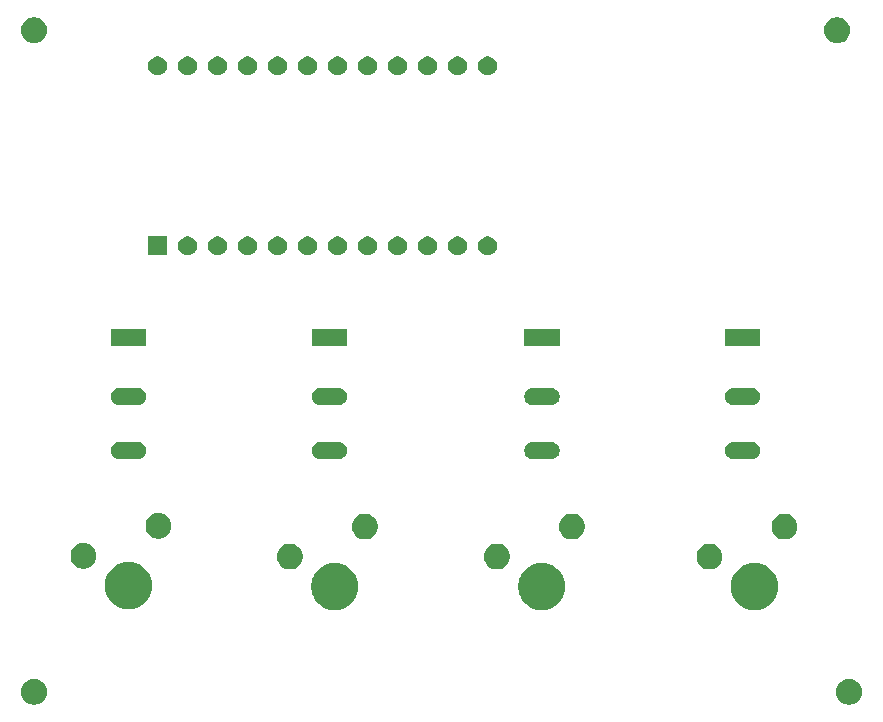
<source format=gbr>
%TF.GenerationSoftware,KiCad,Pcbnew,9.0.0*%
%TF.CreationDate,2025-03-03T22:54:26+00:00*%
%TF.ProjectId,controller,636f6e74-726f-46c6-9c65-722e6b696361,rev?*%
%TF.SameCoordinates,Original*%
%TF.FileFunction,Soldermask,Top*%
%TF.FilePolarity,Negative*%
%FSLAX46Y46*%
G04 Gerber Fmt 4.6, Leading zero omitted, Abs format (unit mm)*
G04 Created by KiCad (PCBNEW 9.0.0) date 2025-03-03 22:54:26*
%MOMM*%
%LPD*%
G01*
G04 APERTURE LIST*
G04 APERTURE END LIST*
G36*
X109256790Y-110930393D02*
G01*
X109420952Y-110983733D01*
X109574748Y-111062096D01*
X109714393Y-111163553D01*
X109836447Y-111285607D01*
X109937904Y-111425252D01*
X110016267Y-111579048D01*
X110069607Y-111743210D01*
X110096609Y-111913695D01*
X110096609Y-112086305D01*
X110069607Y-112256790D01*
X110016267Y-112420952D01*
X109937904Y-112574748D01*
X109836447Y-112714393D01*
X109714393Y-112836447D01*
X109574748Y-112937904D01*
X109420952Y-113016267D01*
X109256790Y-113069607D01*
X109086305Y-113096609D01*
X108913695Y-113096609D01*
X108743210Y-113069607D01*
X108579048Y-113016267D01*
X108425252Y-112937904D01*
X108285607Y-112836447D01*
X108163553Y-112714393D01*
X108062096Y-112574748D01*
X107983733Y-112420952D01*
X107930393Y-112256790D01*
X107903391Y-112086305D01*
X107903391Y-111913695D01*
X107930393Y-111743210D01*
X107983733Y-111579048D01*
X108062096Y-111425252D01*
X108163553Y-111285607D01*
X108285607Y-111163553D01*
X108425252Y-111062096D01*
X108579048Y-110983733D01*
X108743210Y-110930393D01*
X108913695Y-110903391D01*
X109086305Y-110903391D01*
X109256790Y-110930393D01*
G37*
G36*
X178256790Y-110930393D02*
G01*
X178420952Y-110983733D01*
X178574748Y-111062096D01*
X178714393Y-111163553D01*
X178836447Y-111285607D01*
X178937904Y-111425252D01*
X179016267Y-111579048D01*
X179069607Y-111743210D01*
X179096609Y-111913695D01*
X179096609Y-112086305D01*
X179069607Y-112256790D01*
X179016267Y-112420952D01*
X178937904Y-112574748D01*
X178836447Y-112714393D01*
X178714393Y-112836447D01*
X178574748Y-112937904D01*
X178420952Y-113016267D01*
X178256790Y-113069607D01*
X178086305Y-113096609D01*
X177913695Y-113096609D01*
X177743210Y-113069607D01*
X177579048Y-113016267D01*
X177425252Y-112937904D01*
X177285607Y-112836447D01*
X177163553Y-112714393D01*
X177062096Y-112574748D01*
X176983733Y-112420952D01*
X176930393Y-112256790D01*
X176903391Y-112086305D01*
X176903391Y-111913695D01*
X176930393Y-111743210D01*
X176983733Y-111579048D01*
X177062096Y-111425252D01*
X177163553Y-111285607D01*
X177285607Y-111163553D01*
X177425252Y-111062096D01*
X177579048Y-110983733D01*
X177743210Y-110930393D01*
X177913695Y-110903391D01*
X178086305Y-110903391D01*
X178256790Y-110930393D01*
G37*
G36*
X134850181Y-101118429D02*
G01*
X135102879Y-101186140D01*
X135344577Y-101286255D01*
X135571140Y-101417061D01*
X135778692Y-101576320D01*
X135963680Y-101761308D01*
X136122939Y-101968860D01*
X136253745Y-102195423D01*
X136353860Y-102437121D01*
X136421571Y-102689819D01*
X136455718Y-102949194D01*
X136455718Y-103210806D01*
X136421571Y-103470181D01*
X136353860Y-103722879D01*
X136253745Y-103964577D01*
X136122939Y-104191140D01*
X135963680Y-104398692D01*
X135778692Y-104583680D01*
X135571140Y-104742939D01*
X135344577Y-104873745D01*
X135102879Y-104973860D01*
X134850181Y-105041571D01*
X134590806Y-105075718D01*
X134329194Y-105075718D01*
X134069819Y-105041571D01*
X133817121Y-104973860D01*
X133575423Y-104873745D01*
X133348860Y-104742939D01*
X133141308Y-104583680D01*
X132956320Y-104398692D01*
X132797061Y-104191140D01*
X132666255Y-103964577D01*
X132566140Y-103722879D01*
X132498429Y-103470181D01*
X132464282Y-103210806D01*
X132464282Y-102949194D01*
X132498429Y-102689819D01*
X132566140Y-102437121D01*
X132666255Y-102195423D01*
X132797061Y-101968860D01*
X132956320Y-101761308D01*
X133141308Y-101576320D01*
X133348860Y-101417061D01*
X133575423Y-101286255D01*
X133817121Y-101186140D01*
X134069819Y-101118429D01*
X134329194Y-101084282D01*
X134590806Y-101084282D01*
X134850181Y-101118429D01*
G37*
G36*
X152390181Y-101118429D02*
G01*
X152642879Y-101186140D01*
X152884577Y-101286255D01*
X153111140Y-101417061D01*
X153318692Y-101576320D01*
X153503680Y-101761308D01*
X153662939Y-101968860D01*
X153793745Y-102195423D01*
X153893860Y-102437121D01*
X153961571Y-102689819D01*
X153995718Y-102949194D01*
X153995718Y-103210806D01*
X153961571Y-103470181D01*
X153893860Y-103722879D01*
X153793745Y-103964577D01*
X153662939Y-104191140D01*
X153503680Y-104398692D01*
X153318692Y-104583680D01*
X153111140Y-104742939D01*
X152884577Y-104873745D01*
X152642879Y-104973860D01*
X152390181Y-105041571D01*
X152130806Y-105075718D01*
X151869194Y-105075718D01*
X151609819Y-105041571D01*
X151357121Y-104973860D01*
X151115423Y-104873745D01*
X150888860Y-104742939D01*
X150681308Y-104583680D01*
X150496320Y-104398692D01*
X150337061Y-104191140D01*
X150206255Y-103964577D01*
X150106140Y-103722879D01*
X150038429Y-103470181D01*
X150004282Y-103210806D01*
X150004282Y-102949194D01*
X150038429Y-102689819D01*
X150106140Y-102437121D01*
X150206255Y-102195423D01*
X150337061Y-101968860D01*
X150496320Y-101761308D01*
X150681308Y-101576320D01*
X150888860Y-101417061D01*
X151115423Y-101286255D01*
X151357121Y-101186140D01*
X151609819Y-101118429D01*
X151869194Y-101084282D01*
X152130806Y-101084282D01*
X152390181Y-101118429D01*
G37*
G36*
X170390181Y-101118429D02*
G01*
X170642879Y-101186140D01*
X170884577Y-101286255D01*
X171111140Y-101417061D01*
X171318692Y-101576320D01*
X171503680Y-101761308D01*
X171662939Y-101968860D01*
X171793745Y-102195423D01*
X171893860Y-102437121D01*
X171961571Y-102689819D01*
X171995718Y-102949194D01*
X171995718Y-103210806D01*
X171961571Y-103470181D01*
X171893860Y-103722879D01*
X171793745Y-103964577D01*
X171662939Y-104191140D01*
X171503680Y-104398692D01*
X171318692Y-104583680D01*
X171111140Y-104742939D01*
X170884577Y-104873745D01*
X170642879Y-104973860D01*
X170390181Y-105041571D01*
X170130806Y-105075718D01*
X169869194Y-105075718D01*
X169609819Y-105041571D01*
X169357121Y-104973860D01*
X169115423Y-104873745D01*
X168888860Y-104742939D01*
X168681308Y-104583680D01*
X168496320Y-104398692D01*
X168337061Y-104191140D01*
X168206255Y-103964577D01*
X168106140Y-103722879D01*
X168038429Y-103470181D01*
X168004282Y-103210806D01*
X168004282Y-102949194D01*
X168038429Y-102689819D01*
X168106140Y-102437121D01*
X168206255Y-102195423D01*
X168337061Y-101968860D01*
X168496320Y-101761308D01*
X168681308Y-101576320D01*
X168888860Y-101417061D01*
X169115423Y-101286255D01*
X169357121Y-101186140D01*
X169609819Y-101118429D01*
X169869194Y-101084282D01*
X170130806Y-101084282D01*
X170390181Y-101118429D01*
G37*
G36*
X117390181Y-101038429D02*
G01*
X117642879Y-101106140D01*
X117884577Y-101206255D01*
X118111140Y-101337061D01*
X118318692Y-101496320D01*
X118503680Y-101681308D01*
X118662939Y-101888860D01*
X118793745Y-102115423D01*
X118893860Y-102357121D01*
X118961571Y-102609819D01*
X118995718Y-102869194D01*
X118995718Y-103130806D01*
X118961571Y-103390181D01*
X118893860Y-103642879D01*
X118793745Y-103884577D01*
X118662939Y-104111140D01*
X118503680Y-104318692D01*
X118318692Y-104503680D01*
X118111140Y-104662939D01*
X117884577Y-104793745D01*
X117642879Y-104893860D01*
X117390181Y-104961571D01*
X117130806Y-104995718D01*
X116869194Y-104995718D01*
X116609819Y-104961571D01*
X116357121Y-104893860D01*
X116115423Y-104793745D01*
X115888860Y-104662939D01*
X115681308Y-104503680D01*
X115496320Y-104318692D01*
X115337061Y-104111140D01*
X115206255Y-103884577D01*
X115106140Y-103642879D01*
X115038429Y-103390181D01*
X115004282Y-103130806D01*
X115004282Y-102869194D01*
X115038429Y-102609819D01*
X115106140Y-102357121D01*
X115206255Y-102115423D01*
X115337061Y-101888860D01*
X115496320Y-101681308D01*
X115681308Y-101496320D01*
X115888860Y-101337061D01*
X116115423Y-101206255D01*
X116357121Y-101106140D01*
X116609819Y-101038429D01*
X116869194Y-101004282D01*
X117130806Y-101004282D01*
X117390181Y-101038429D01*
G37*
G36*
X130906790Y-99470393D02*
G01*
X131070952Y-99523733D01*
X131224748Y-99602096D01*
X131364393Y-99703553D01*
X131486447Y-99825607D01*
X131587904Y-99965252D01*
X131666267Y-100119048D01*
X131719607Y-100283210D01*
X131746609Y-100453695D01*
X131746609Y-100626305D01*
X131719607Y-100796790D01*
X131666267Y-100960952D01*
X131587904Y-101114748D01*
X131486447Y-101254393D01*
X131364393Y-101376447D01*
X131224748Y-101477904D01*
X131070952Y-101556267D01*
X130906790Y-101609607D01*
X130736305Y-101636609D01*
X130563695Y-101636609D01*
X130393210Y-101609607D01*
X130229048Y-101556267D01*
X130075252Y-101477904D01*
X129935607Y-101376447D01*
X129813553Y-101254393D01*
X129712096Y-101114748D01*
X129633733Y-100960952D01*
X129580393Y-100796790D01*
X129553391Y-100626305D01*
X129553391Y-100453695D01*
X129580393Y-100283210D01*
X129633733Y-100119048D01*
X129712096Y-99965252D01*
X129813553Y-99825607D01*
X129935607Y-99703553D01*
X130075252Y-99602096D01*
X130229048Y-99523733D01*
X130393210Y-99470393D01*
X130563695Y-99443391D01*
X130736305Y-99443391D01*
X130906790Y-99470393D01*
G37*
G36*
X148446790Y-99470393D02*
G01*
X148610952Y-99523733D01*
X148764748Y-99602096D01*
X148904393Y-99703553D01*
X149026447Y-99825607D01*
X149127904Y-99965252D01*
X149206267Y-100119048D01*
X149259607Y-100283210D01*
X149286609Y-100453695D01*
X149286609Y-100626305D01*
X149259607Y-100796790D01*
X149206267Y-100960952D01*
X149127904Y-101114748D01*
X149026447Y-101254393D01*
X148904393Y-101376447D01*
X148764748Y-101477904D01*
X148610952Y-101556267D01*
X148446790Y-101609607D01*
X148276305Y-101636609D01*
X148103695Y-101636609D01*
X147933210Y-101609607D01*
X147769048Y-101556267D01*
X147615252Y-101477904D01*
X147475607Y-101376447D01*
X147353553Y-101254393D01*
X147252096Y-101114748D01*
X147173733Y-100960952D01*
X147120393Y-100796790D01*
X147093391Y-100626305D01*
X147093391Y-100453695D01*
X147120393Y-100283210D01*
X147173733Y-100119048D01*
X147252096Y-99965252D01*
X147353553Y-99825607D01*
X147475607Y-99703553D01*
X147615252Y-99602096D01*
X147769048Y-99523733D01*
X147933210Y-99470393D01*
X148103695Y-99443391D01*
X148276305Y-99443391D01*
X148446790Y-99470393D01*
G37*
G36*
X166446790Y-99470393D02*
G01*
X166610952Y-99523733D01*
X166764748Y-99602096D01*
X166904393Y-99703553D01*
X167026447Y-99825607D01*
X167127904Y-99965252D01*
X167206267Y-100119048D01*
X167259607Y-100283210D01*
X167286609Y-100453695D01*
X167286609Y-100626305D01*
X167259607Y-100796790D01*
X167206267Y-100960952D01*
X167127904Y-101114748D01*
X167026447Y-101254393D01*
X166904393Y-101376447D01*
X166764748Y-101477904D01*
X166610952Y-101556267D01*
X166446790Y-101609607D01*
X166276305Y-101636609D01*
X166103695Y-101636609D01*
X165933210Y-101609607D01*
X165769048Y-101556267D01*
X165615252Y-101477904D01*
X165475607Y-101376447D01*
X165353553Y-101254393D01*
X165252096Y-101114748D01*
X165173733Y-100960952D01*
X165120393Y-100796790D01*
X165093391Y-100626305D01*
X165093391Y-100453695D01*
X165120393Y-100283210D01*
X165173733Y-100119048D01*
X165252096Y-99965252D01*
X165353553Y-99825607D01*
X165475607Y-99703553D01*
X165615252Y-99602096D01*
X165769048Y-99523733D01*
X165933210Y-99470393D01*
X166103695Y-99443391D01*
X166276305Y-99443391D01*
X166446790Y-99470393D01*
G37*
G36*
X113446790Y-99390393D02*
G01*
X113610952Y-99443733D01*
X113764748Y-99522096D01*
X113904393Y-99623553D01*
X114026447Y-99745607D01*
X114127904Y-99885252D01*
X114206267Y-100039048D01*
X114259607Y-100203210D01*
X114286609Y-100373695D01*
X114286609Y-100546305D01*
X114259607Y-100716790D01*
X114206267Y-100880952D01*
X114127904Y-101034748D01*
X114026447Y-101174393D01*
X113904393Y-101296447D01*
X113764748Y-101397904D01*
X113610952Y-101476267D01*
X113446790Y-101529607D01*
X113276305Y-101556609D01*
X113103695Y-101556609D01*
X112933210Y-101529607D01*
X112769048Y-101476267D01*
X112615252Y-101397904D01*
X112475607Y-101296447D01*
X112353553Y-101174393D01*
X112252096Y-101034748D01*
X112173733Y-100880952D01*
X112120393Y-100716790D01*
X112093391Y-100546305D01*
X112093391Y-100373695D01*
X112120393Y-100203210D01*
X112173733Y-100039048D01*
X112252096Y-99885252D01*
X112353553Y-99745607D01*
X112475607Y-99623553D01*
X112615252Y-99522096D01*
X112769048Y-99443733D01*
X112933210Y-99390393D01*
X113103695Y-99363391D01*
X113276305Y-99363391D01*
X113446790Y-99390393D01*
G37*
G36*
X137256790Y-96930393D02*
G01*
X137420952Y-96983733D01*
X137574748Y-97062096D01*
X137714393Y-97163553D01*
X137836447Y-97285607D01*
X137937904Y-97425252D01*
X138016267Y-97579048D01*
X138069607Y-97743210D01*
X138096609Y-97913695D01*
X138096609Y-98086305D01*
X138069607Y-98256790D01*
X138016267Y-98420952D01*
X137937904Y-98574748D01*
X137836447Y-98714393D01*
X137714393Y-98836447D01*
X137574748Y-98937904D01*
X137420952Y-99016267D01*
X137256790Y-99069607D01*
X137086305Y-99096609D01*
X136913695Y-99096609D01*
X136743210Y-99069607D01*
X136579048Y-99016267D01*
X136425252Y-98937904D01*
X136285607Y-98836447D01*
X136163553Y-98714393D01*
X136062096Y-98574748D01*
X135983733Y-98420952D01*
X135930393Y-98256790D01*
X135903391Y-98086305D01*
X135903391Y-97913695D01*
X135930393Y-97743210D01*
X135983733Y-97579048D01*
X136062096Y-97425252D01*
X136163553Y-97285607D01*
X136285607Y-97163553D01*
X136425252Y-97062096D01*
X136579048Y-96983733D01*
X136743210Y-96930393D01*
X136913695Y-96903391D01*
X137086305Y-96903391D01*
X137256790Y-96930393D01*
G37*
G36*
X154796790Y-96930393D02*
G01*
X154960952Y-96983733D01*
X155114748Y-97062096D01*
X155254393Y-97163553D01*
X155376447Y-97285607D01*
X155477904Y-97425252D01*
X155556267Y-97579048D01*
X155609607Y-97743210D01*
X155636609Y-97913695D01*
X155636609Y-98086305D01*
X155609607Y-98256790D01*
X155556267Y-98420952D01*
X155477904Y-98574748D01*
X155376447Y-98714393D01*
X155254393Y-98836447D01*
X155114748Y-98937904D01*
X154960952Y-99016267D01*
X154796790Y-99069607D01*
X154626305Y-99096609D01*
X154453695Y-99096609D01*
X154283210Y-99069607D01*
X154119048Y-99016267D01*
X153965252Y-98937904D01*
X153825607Y-98836447D01*
X153703553Y-98714393D01*
X153602096Y-98574748D01*
X153523733Y-98420952D01*
X153470393Y-98256790D01*
X153443391Y-98086305D01*
X153443391Y-97913695D01*
X153470393Y-97743210D01*
X153523733Y-97579048D01*
X153602096Y-97425252D01*
X153703553Y-97285607D01*
X153825607Y-97163553D01*
X153965252Y-97062096D01*
X154119048Y-96983733D01*
X154283210Y-96930393D01*
X154453695Y-96903391D01*
X154626305Y-96903391D01*
X154796790Y-96930393D01*
G37*
G36*
X172796790Y-96930393D02*
G01*
X172960952Y-96983733D01*
X173114748Y-97062096D01*
X173254393Y-97163553D01*
X173376447Y-97285607D01*
X173477904Y-97425252D01*
X173556267Y-97579048D01*
X173609607Y-97743210D01*
X173636609Y-97913695D01*
X173636609Y-98086305D01*
X173609607Y-98256790D01*
X173556267Y-98420952D01*
X173477904Y-98574748D01*
X173376447Y-98714393D01*
X173254393Y-98836447D01*
X173114748Y-98937904D01*
X172960952Y-99016267D01*
X172796790Y-99069607D01*
X172626305Y-99096609D01*
X172453695Y-99096609D01*
X172283210Y-99069607D01*
X172119048Y-99016267D01*
X171965252Y-98937904D01*
X171825607Y-98836447D01*
X171703553Y-98714393D01*
X171602096Y-98574748D01*
X171523733Y-98420952D01*
X171470393Y-98256790D01*
X171443391Y-98086305D01*
X171443391Y-97913695D01*
X171470393Y-97743210D01*
X171523733Y-97579048D01*
X171602096Y-97425252D01*
X171703553Y-97285607D01*
X171825607Y-97163553D01*
X171965252Y-97062096D01*
X172119048Y-96983733D01*
X172283210Y-96930393D01*
X172453695Y-96903391D01*
X172626305Y-96903391D01*
X172796790Y-96930393D01*
G37*
G36*
X119796790Y-96850393D02*
G01*
X119960952Y-96903733D01*
X120114748Y-96982096D01*
X120254393Y-97083553D01*
X120376447Y-97205607D01*
X120477904Y-97345252D01*
X120556267Y-97499048D01*
X120609607Y-97663210D01*
X120636609Y-97833695D01*
X120636609Y-98006305D01*
X120609607Y-98176790D01*
X120556267Y-98340952D01*
X120477904Y-98494748D01*
X120376447Y-98634393D01*
X120254393Y-98756447D01*
X120114748Y-98857904D01*
X119960952Y-98936267D01*
X119796790Y-98989607D01*
X119626305Y-99016609D01*
X119453695Y-99016609D01*
X119283210Y-98989607D01*
X119119048Y-98936267D01*
X118965252Y-98857904D01*
X118825607Y-98756447D01*
X118703553Y-98634393D01*
X118602096Y-98494748D01*
X118523733Y-98340952D01*
X118470393Y-98176790D01*
X118443391Y-98006305D01*
X118443391Y-97833695D01*
X118470393Y-97663210D01*
X118523733Y-97499048D01*
X118602096Y-97345252D01*
X118703553Y-97205607D01*
X118825607Y-97083553D01*
X118965252Y-96982096D01*
X119119048Y-96903733D01*
X119283210Y-96850393D01*
X119453695Y-96823391D01*
X119626305Y-96823391D01*
X119796790Y-96850393D01*
G37*
G36*
X117823513Y-90825611D02*
G01*
X117967714Y-90854295D01*
X118103548Y-90910559D01*
X118225795Y-90992242D01*
X118329758Y-91096205D01*
X118411441Y-91218452D01*
X118467705Y-91354286D01*
X118496389Y-91498487D01*
X118496389Y-91645513D01*
X118467705Y-91789714D01*
X118411441Y-91925548D01*
X118329758Y-92047795D01*
X118225795Y-92151758D01*
X118103548Y-92233441D01*
X117967714Y-92289705D01*
X117823513Y-92318389D01*
X117750000Y-92322000D01*
X117748522Y-92322000D01*
X116251478Y-92322000D01*
X116250000Y-92322000D01*
X116176487Y-92318389D01*
X116032286Y-92289705D01*
X115896452Y-92233441D01*
X115774205Y-92151758D01*
X115670242Y-92047795D01*
X115588559Y-91925548D01*
X115532295Y-91789714D01*
X115503611Y-91645513D01*
X115503611Y-91498487D01*
X115532295Y-91354286D01*
X115588559Y-91218452D01*
X115670242Y-91096205D01*
X115774205Y-90992242D01*
X115896452Y-90910559D01*
X116032286Y-90854295D01*
X116176487Y-90825611D01*
X116250000Y-90822000D01*
X117750000Y-90822000D01*
X117823513Y-90825611D01*
G37*
G36*
X134823513Y-90825611D02*
G01*
X134967714Y-90854295D01*
X135103548Y-90910559D01*
X135225795Y-90992242D01*
X135329758Y-91096205D01*
X135411441Y-91218452D01*
X135467705Y-91354286D01*
X135496389Y-91498487D01*
X135496389Y-91645513D01*
X135467705Y-91789714D01*
X135411441Y-91925548D01*
X135329758Y-92047795D01*
X135225795Y-92151758D01*
X135103548Y-92233441D01*
X134967714Y-92289705D01*
X134823513Y-92318389D01*
X134750000Y-92322000D01*
X134748522Y-92322000D01*
X133251478Y-92322000D01*
X133250000Y-92322000D01*
X133176487Y-92318389D01*
X133032286Y-92289705D01*
X132896452Y-92233441D01*
X132774205Y-92151758D01*
X132670242Y-92047795D01*
X132588559Y-91925548D01*
X132532295Y-91789714D01*
X132503611Y-91645513D01*
X132503611Y-91498487D01*
X132532295Y-91354286D01*
X132588559Y-91218452D01*
X132670242Y-91096205D01*
X132774205Y-90992242D01*
X132896452Y-90910559D01*
X133032286Y-90854295D01*
X133176487Y-90825611D01*
X133250000Y-90822000D01*
X134750000Y-90822000D01*
X134823513Y-90825611D01*
G37*
G36*
X152823513Y-90825611D02*
G01*
X152967714Y-90854295D01*
X153103548Y-90910559D01*
X153225795Y-90992242D01*
X153329758Y-91096205D01*
X153411441Y-91218452D01*
X153467705Y-91354286D01*
X153496389Y-91498487D01*
X153496389Y-91645513D01*
X153467705Y-91789714D01*
X153411441Y-91925548D01*
X153329758Y-92047795D01*
X153225795Y-92151758D01*
X153103548Y-92233441D01*
X152967714Y-92289705D01*
X152823513Y-92318389D01*
X152750000Y-92322000D01*
X152748522Y-92322000D01*
X151251478Y-92322000D01*
X151250000Y-92322000D01*
X151176487Y-92318389D01*
X151032286Y-92289705D01*
X150896452Y-92233441D01*
X150774205Y-92151758D01*
X150670242Y-92047795D01*
X150588559Y-91925548D01*
X150532295Y-91789714D01*
X150503611Y-91645513D01*
X150503611Y-91498487D01*
X150532295Y-91354286D01*
X150588559Y-91218452D01*
X150670242Y-91096205D01*
X150774205Y-90992242D01*
X150896452Y-90910559D01*
X151032286Y-90854295D01*
X151176487Y-90825611D01*
X151250000Y-90822000D01*
X152750000Y-90822000D01*
X152823513Y-90825611D01*
G37*
G36*
X169823513Y-90825611D02*
G01*
X169967714Y-90854295D01*
X170103548Y-90910559D01*
X170225795Y-90992242D01*
X170329758Y-91096205D01*
X170411441Y-91218452D01*
X170467705Y-91354286D01*
X170496389Y-91498487D01*
X170496389Y-91645513D01*
X170467705Y-91789714D01*
X170411441Y-91925548D01*
X170329758Y-92047795D01*
X170225795Y-92151758D01*
X170103548Y-92233441D01*
X169967714Y-92289705D01*
X169823513Y-92318389D01*
X169750000Y-92322000D01*
X169748522Y-92322000D01*
X168251478Y-92322000D01*
X168250000Y-92322000D01*
X168176487Y-92318389D01*
X168032286Y-92289705D01*
X167896452Y-92233441D01*
X167774205Y-92151758D01*
X167670242Y-92047795D01*
X167588559Y-91925548D01*
X167532295Y-91789714D01*
X167503611Y-91645513D01*
X167503611Y-91498487D01*
X167532295Y-91354286D01*
X167588559Y-91218452D01*
X167670242Y-91096205D01*
X167774205Y-90992242D01*
X167896452Y-90910559D01*
X168032286Y-90854295D01*
X168176487Y-90825611D01*
X168250000Y-90822000D01*
X169750000Y-90822000D01*
X169823513Y-90825611D01*
G37*
G36*
X117823513Y-86253611D02*
G01*
X117967714Y-86282295D01*
X118103548Y-86338559D01*
X118225795Y-86420242D01*
X118329758Y-86524205D01*
X118411441Y-86646452D01*
X118467705Y-86782286D01*
X118496389Y-86926487D01*
X118496389Y-87073513D01*
X118467705Y-87217714D01*
X118411441Y-87353548D01*
X118329758Y-87475795D01*
X118225795Y-87579758D01*
X118103548Y-87661441D01*
X117967714Y-87717705D01*
X117823513Y-87746389D01*
X117750000Y-87750000D01*
X117748522Y-87750000D01*
X116251478Y-87750000D01*
X116250000Y-87750000D01*
X116176487Y-87746389D01*
X116032286Y-87717705D01*
X115896452Y-87661441D01*
X115774205Y-87579758D01*
X115670242Y-87475795D01*
X115588559Y-87353548D01*
X115532295Y-87217714D01*
X115503611Y-87073513D01*
X115503611Y-86926487D01*
X115532295Y-86782286D01*
X115588559Y-86646452D01*
X115670242Y-86524205D01*
X115774205Y-86420242D01*
X115896452Y-86338559D01*
X116032286Y-86282295D01*
X116176487Y-86253611D01*
X116250000Y-86250000D01*
X117750000Y-86250000D01*
X117823513Y-86253611D01*
G37*
G36*
X134823513Y-86253611D02*
G01*
X134967714Y-86282295D01*
X135103548Y-86338559D01*
X135225795Y-86420242D01*
X135329758Y-86524205D01*
X135411441Y-86646452D01*
X135467705Y-86782286D01*
X135496389Y-86926487D01*
X135496389Y-87073513D01*
X135467705Y-87217714D01*
X135411441Y-87353548D01*
X135329758Y-87475795D01*
X135225795Y-87579758D01*
X135103548Y-87661441D01*
X134967714Y-87717705D01*
X134823513Y-87746389D01*
X134750000Y-87750000D01*
X134748522Y-87750000D01*
X133251478Y-87750000D01*
X133250000Y-87750000D01*
X133176487Y-87746389D01*
X133032286Y-87717705D01*
X132896452Y-87661441D01*
X132774205Y-87579758D01*
X132670242Y-87475795D01*
X132588559Y-87353548D01*
X132532295Y-87217714D01*
X132503611Y-87073513D01*
X132503611Y-86926487D01*
X132532295Y-86782286D01*
X132588559Y-86646452D01*
X132670242Y-86524205D01*
X132774205Y-86420242D01*
X132896452Y-86338559D01*
X133032286Y-86282295D01*
X133176487Y-86253611D01*
X133250000Y-86250000D01*
X134750000Y-86250000D01*
X134823513Y-86253611D01*
G37*
G36*
X152823513Y-86253611D02*
G01*
X152967714Y-86282295D01*
X153103548Y-86338559D01*
X153225795Y-86420242D01*
X153329758Y-86524205D01*
X153411441Y-86646452D01*
X153467705Y-86782286D01*
X153496389Y-86926487D01*
X153496389Y-87073513D01*
X153467705Y-87217714D01*
X153411441Y-87353548D01*
X153329758Y-87475795D01*
X153225795Y-87579758D01*
X153103548Y-87661441D01*
X152967714Y-87717705D01*
X152823513Y-87746389D01*
X152750000Y-87750000D01*
X152748522Y-87750000D01*
X151251478Y-87750000D01*
X151250000Y-87750000D01*
X151176487Y-87746389D01*
X151032286Y-87717705D01*
X150896452Y-87661441D01*
X150774205Y-87579758D01*
X150670242Y-87475795D01*
X150588559Y-87353548D01*
X150532295Y-87217714D01*
X150503611Y-87073513D01*
X150503611Y-86926487D01*
X150532295Y-86782286D01*
X150588559Y-86646452D01*
X150670242Y-86524205D01*
X150774205Y-86420242D01*
X150896452Y-86338559D01*
X151032286Y-86282295D01*
X151176487Y-86253611D01*
X151250000Y-86250000D01*
X152750000Y-86250000D01*
X152823513Y-86253611D01*
G37*
G36*
X169823513Y-86253611D02*
G01*
X169967714Y-86282295D01*
X170103548Y-86338559D01*
X170225795Y-86420242D01*
X170329758Y-86524205D01*
X170411441Y-86646452D01*
X170467705Y-86782286D01*
X170496389Y-86926487D01*
X170496389Y-87073513D01*
X170467705Y-87217714D01*
X170411441Y-87353548D01*
X170329758Y-87475795D01*
X170225795Y-87579758D01*
X170103548Y-87661441D01*
X169967714Y-87717705D01*
X169823513Y-87746389D01*
X169750000Y-87750000D01*
X169748522Y-87750000D01*
X168251478Y-87750000D01*
X168250000Y-87750000D01*
X168176487Y-87746389D01*
X168032286Y-87717705D01*
X167896452Y-87661441D01*
X167774205Y-87579758D01*
X167670242Y-87475795D01*
X167588559Y-87353548D01*
X167532295Y-87217714D01*
X167503611Y-87073513D01*
X167503611Y-86926487D01*
X167532295Y-86782286D01*
X167588559Y-86646452D01*
X167670242Y-86524205D01*
X167774205Y-86420242D01*
X167896452Y-86338559D01*
X168032286Y-86282295D01*
X168176487Y-86253611D01*
X168250000Y-86250000D01*
X169750000Y-86250000D01*
X169823513Y-86253611D01*
G37*
G36*
X118500000Y-82750000D02*
G01*
X115500000Y-82750000D01*
X115500000Y-81250000D01*
X118500000Y-81250000D01*
X118500000Y-82750000D01*
G37*
G36*
X135500000Y-82750000D02*
G01*
X132500000Y-82750000D01*
X132500000Y-81250000D01*
X135500000Y-81250000D01*
X135500000Y-82750000D01*
G37*
G36*
X153500000Y-82750000D02*
G01*
X150500000Y-82750000D01*
X150500000Y-81250000D01*
X153500000Y-81250000D01*
X153500000Y-82750000D01*
G37*
G36*
X170500000Y-82750000D02*
G01*
X167500000Y-82750000D01*
X167500000Y-81250000D01*
X170500000Y-81250000D01*
X170500000Y-82750000D01*
G37*
G36*
X120260000Y-75040000D02*
G01*
X118660000Y-75040000D01*
X118660000Y-73440000D01*
X120260000Y-73440000D01*
X120260000Y-75040000D01*
G37*
G36*
X122232228Y-73474448D02*
G01*
X122377117Y-73534463D01*
X122507515Y-73621592D01*
X122618408Y-73732485D01*
X122705537Y-73862883D01*
X122765552Y-74007772D01*
X122796148Y-74161586D01*
X122796148Y-74318414D01*
X122765552Y-74472228D01*
X122705537Y-74617117D01*
X122618408Y-74747515D01*
X122507515Y-74858408D01*
X122377117Y-74945537D01*
X122232228Y-75005552D01*
X122078414Y-75036148D01*
X121921586Y-75036148D01*
X121767772Y-75005552D01*
X121622883Y-74945537D01*
X121492485Y-74858408D01*
X121381592Y-74747515D01*
X121294463Y-74617117D01*
X121234448Y-74472228D01*
X121203852Y-74318414D01*
X121203852Y-74161586D01*
X121234448Y-74007772D01*
X121294463Y-73862883D01*
X121381592Y-73732485D01*
X121492485Y-73621592D01*
X121622883Y-73534463D01*
X121767772Y-73474448D01*
X121921586Y-73443852D01*
X122078414Y-73443852D01*
X122232228Y-73474448D01*
G37*
G36*
X124772228Y-73474448D02*
G01*
X124917117Y-73534463D01*
X125047515Y-73621592D01*
X125158408Y-73732485D01*
X125245537Y-73862883D01*
X125305552Y-74007772D01*
X125336148Y-74161586D01*
X125336148Y-74318414D01*
X125305552Y-74472228D01*
X125245537Y-74617117D01*
X125158408Y-74747515D01*
X125047515Y-74858408D01*
X124917117Y-74945537D01*
X124772228Y-75005552D01*
X124618414Y-75036148D01*
X124461586Y-75036148D01*
X124307772Y-75005552D01*
X124162883Y-74945537D01*
X124032485Y-74858408D01*
X123921592Y-74747515D01*
X123834463Y-74617117D01*
X123774448Y-74472228D01*
X123743852Y-74318414D01*
X123743852Y-74161586D01*
X123774448Y-74007772D01*
X123834463Y-73862883D01*
X123921592Y-73732485D01*
X124032485Y-73621592D01*
X124162883Y-73534463D01*
X124307772Y-73474448D01*
X124461586Y-73443852D01*
X124618414Y-73443852D01*
X124772228Y-73474448D01*
G37*
G36*
X127312228Y-73474448D02*
G01*
X127457117Y-73534463D01*
X127587515Y-73621592D01*
X127698408Y-73732485D01*
X127785537Y-73862883D01*
X127845552Y-74007772D01*
X127876148Y-74161586D01*
X127876148Y-74318414D01*
X127845552Y-74472228D01*
X127785537Y-74617117D01*
X127698408Y-74747515D01*
X127587515Y-74858408D01*
X127457117Y-74945537D01*
X127312228Y-75005552D01*
X127158414Y-75036148D01*
X127001586Y-75036148D01*
X126847772Y-75005552D01*
X126702883Y-74945537D01*
X126572485Y-74858408D01*
X126461592Y-74747515D01*
X126374463Y-74617117D01*
X126314448Y-74472228D01*
X126283852Y-74318414D01*
X126283852Y-74161586D01*
X126314448Y-74007772D01*
X126374463Y-73862883D01*
X126461592Y-73732485D01*
X126572485Y-73621592D01*
X126702883Y-73534463D01*
X126847772Y-73474448D01*
X127001586Y-73443852D01*
X127158414Y-73443852D01*
X127312228Y-73474448D01*
G37*
G36*
X129852228Y-73474448D02*
G01*
X129997117Y-73534463D01*
X130127515Y-73621592D01*
X130238408Y-73732485D01*
X130325537Y-73862883D01*
X130385552Y-74007772D01*
X130416148Y-74161586D01*
X130416148Y-74318414D01*
X130385552Y-74472228D01*
X130325537Y-74617117D01*
X130238408Y-74747515D01*
X130127515Y-74858408D01*
X129997117Y-74945537D01*
X129852228Y-75005552D01*
X129698414Y-75036148D01*
X129541586Y-75036148D01*
X129387772Y-75005552D01*
X129242883Y-74945537D01*
X129112485Y-74858408D01*
X129001592Y-74747515D01*
X128914463Y-74617117D01*
X128854448Y-74472228D01*
X128823852Y-74318414D01*
X128823852Y-74161586D01*
X128854448Y-74007772D01*
X128914463Y-73862883D01*
X129001592Y-73732485D01*
X129112485Y-73621592D01*
X129242883Y-73534463D01*
X129387772Y-73474448D01*
X129541586Y-73443852D01*
X129698414Y-73443852D01*
X129852228Y-73474448D01*
G37*
G36*
X132392228Y-73474448D02*
G01*
X132537117Y-73534463D01*
X132667515Y-73621592D01*
X132778408Y-73732485D01*
X132865537Y-73862883D01*
X132925552Y-74007772D01*
X132956148Y-74161586D01*
X132956148Y-74318414D01*
X132925552Y-74472228D01*
X132865537Y-74617117D01*
X132778408Y-74747515D01*
X132667515Y-74858408D01*
X132537117Y-74945537D01*
X132392228Y-75005552D01*
X132238414Y-75036148D01*
X132081586Y-75036148D01*
X131927772Y-75005552D01*
X131782883Y-74945537D01*
X131652485Y-74858408D01*
X131541592Y-74747515D01*
X131454463Y-74617117D01*
X131394448Y-74472228D01*
X131363852Y-74318414D01*
X131363852Y-74161586D01*
X131394448Y-74007772D01*
X131454463Y-73862883D01*
X131541592Y-73732485D01*
X131652485Y-73621592D01*
X131782883Y-73534463D01*
X131927772Y-73474448D01*
X132081586Y-73443852D01*
X132238414Y-73443852D01*
X132392228Y-73474448D01*
G37*
G36*
X134932228Y-73474448D02*
G01*
X135077117Y-73534463D01*
X135207515Y-73621592D01*
X135318408Y-73732485D01*
X135405537Y-73862883D01*
X135465552Y-74007772D01*
X135496148Y-74161586D01*
X135496148Y-74318414D01*
X135465552Y-74472228D01*
X135405537Y-74617117D01*
X135318408Y-74747515D01*
X135207515Y-74858408D01*
X135077117Y-74945537D01*
X134932228Y-75005552D01*
X134778414Y-75036148D01*
X134621586Y-75036148D01*
X134467772Y-75005552D01*
X134322883Y-74945537D01*
X134192485Y-74858408D01*
X134081592Y-74747515D01*
X133994463Y-74617117D01*
X133934448Y-74472228D01*
X133903852Y-74318414D01*
X133903852Y-74161586D01*
X133934448Y-74007772D01*
X133994463Y-73862883D01*
X134081592Y-73732485D01*
X134192485Y-73621592D01*
X134322883Y-73534463D01*
X134467772Y-73474448D01*
X134621586Y-73443852D01*
X134778414Y-73443852D01*
X134932228Y-73474448D01*
G37*
G36*
X137472228Y-73474448D02*
G01*
X137617117Y-73534463D01*
X137747515Y-73621592D01*
X137858408Y-73732485D01*
X137945537Y-73862883D01*
X138005552Y-74007772D01*
X138036148Y-74161586D01*
X138036148Y-74318414D01*
X138005552Y-74472228D01*
X137945537Y-74617117D01*
X137858408Y-74747515D01*
X137747515Y-74858408D01*
X137617117Y-74945537D01*
X137472228Y-75005552D01*
X137318414Y-75036148D01*
X137161586Y-75036148D01*
X137007772Y-75005552D01*
X136862883Y-74945537D01*
X136732485Y-74858408D01*
X136621592Y-74747515D01*
X136534463Y-74617117D01*
X136474448Y-74472228D01*
X136443852Y-74318414D01*
X136443852Y-74161586D01*
X136474448Y-74007772D01*
X136534463Y-73862883D01*
X136621592Y-73732485D01*
X136732485Y-73621592D01*
X136862883Y-73534463D01*
X137007772Y-73474448D01*
X137161586Y-73443852D01*
X137318414Y-73443852D01*
X137472228Y-73474448D01*
G37*
G36*
X140012228Y-73474448D02*
G01*
X140157117Y-73534463D01*
X140287515Y-73621592D01*
X140398408Y-73732485D01*
X140485537Y-73862883D01*
X140545552Y-74007772D01*
X140576148Y-74161586D01*
X140576148Y-74318414D01*
X140545552Y-74472228D01*
X140485537Y-74617117D01*
X140398408Y-74747515D01*
X140287515Y-74858408D01*
X140157117Y-74945537D01*
X140012228Y-75005552D01*
X139858414Y-75036148D01*
X139701586Y-75036148D01*
X139547772Y-75005552D01*
X139402883Y-74945537D01*
X139272485Y-74858408D01*
X139161592Y-74747515D01*
X139074463Y-74617117D01*
X139014448Y-74472228D01*
X138983852Y-74318414D01*
X138983852Y-74161586D01*
X139014448Y-74007772D01*
X139074463Y-73862883D01*
X139161592Y-73732485D01*
X139272485Y-73621592D01*
X139402883Y-73534463D01*
X139547772Y-73474448D01*
X139701586Y-73443852D01*
X139858414Y-73443852D01*
X140012228Y-73474448D01*
G37*
G36*
X142552228Y-73474448D02*
G01*
X142697117Y-73534463D01*
X142827515Y-73621592D01*
X142938408Y-73732485D01*
X143025537Y-73862883D01*
X143085552Y-74007772D01*
X143116148Y-74161586D01*
X143116148Y-74318414D01*
X143085552Y-74472228D01*
X143025537Y-74617117D01*
X142938408Y-74747515D01*
X142827515Y-74858408D01*
X142697117Y-74945537D01*
X142552228Y-75005552D01*
X142398414Y-75036148D01*
X142241586Y-75036148D01*
X142087772Y-75005552D01*
X141942883Y-74945537D01*
X141812485Y-74858408D01*
X141701592Y-74747515D01*
X141614463Y-74617117D01*
X141554448Y-74472228D01*
X141523852Y-74318414D01*
X141523852Y-74161586D01*
X141554448Y-74007772D01*
X141614463Y-73862883D01*
X141701592Y-73732485D01*
X141812485Y-73621592D01*
X141942883Y-73534463D01*
X142087772Y-73474448D01*
X142241586Y-73443852D01*
X142398414Y-73443852D01*
X142552228Y-73474448D01*
G37*
G36*
X145092228Y-73474448D02*
G01*
X145237117Y-73534463D01*
X145367515Y-73621592D01*
X145478408Y-73732485D01*
X145565537Y-73862883D01*
X145625552Y-74007772D01*
X145656148Y-74161586D01*
X145656148Y-74318414D01*
X145625552Y-74472228D01*
X145565537Y-74617117D01*
X145478408Y-74747515D01*
X145367515Y-74858408D01*
X145237117Y-74945537D01*
X145092228Y-75005552D01*
X144938414Y-75036148D01*
X144781586Y-75036148D01*
X144627772Y-75005552D01*
X144482883Y-74945537D01*
X144352485Y-74858408D01*
X144241592Y-74747515D01*
X144154463Y-74617117D01*
X144094448Y-74472228D01*
X144063852Y-74318414D01*
X144063852Y-74161586D01*
X144094448Y-74007772D01*
X144154463Y-73862883D01*
X144241592Y-73732485D01*
X144352485Y-73621592D01*
X144482883Y-73534463D01*
X144627772Y-73474448D01*
X144781586Y-73443852D01*
X144938414Y-73443852D01*
X145092228Y-73474448D01*
G37*
G36*
X147632228Y-73474448D02*
G01*
X147777117Y-73534463D01*
X147907515Y-73621592D01*
X148018408Y-73732485D01*
X148105537Y-73862883D01*
X148165552Y-74007772D01*
X148196148Y-74161586D01*
X148196148Y-74318414D01*
X148165552Y-74472228D01*
X148105537Y-74617117D01*
X148018408Y-74747515D01*
X147907515Y-74858408D01*
X147777117Y-74945537D01*
X147632228Y-75005552D01*
X147478414Y-75036148D01*
X147321586Y-75036148D01*
X147167772Y-75005552D01*
X147022883Y-74945537D01*
X146892485Y-74858408D01*
X146781592Y-74747515D01*
X146694463Y-74617117D01*
X146634448Y-74472228D01*
X146603852Y-74318414D01*
X146603852Y-74161586D01*
X146634448Y-74007772D01*
X146694463Y-73862883D01*
X146781592Y-73732485D01*
X146892485Y-73621592D01*
X147022883Y-73534463D01*
X147167772Y-73474448D01*
X147321586Y-73443852D01*
X147478414Y-73443852D01*
X147632228Y-73474448D01*
G37*
G36*
X119692228Y-58234448D02*
G01*
X119837117Y-58294463D01*
X119967515Y-58381592D01*
X120078408Y-58492485D01*
X120165537Y-58622883D01*
X120225552Y-58767772D01*
X120256148Y-58921586D01*
X120256148Y-59078414D01*
X120225552Y-59232228D01*
X120165537Y-59377117D01*
X120078408Y-59507515D01*
X119967515Y-59618408D01*
X119837117Y-59705537D01*
X119692228Y-59765552D01*
X119538414Y-59796148D01*
X119381586Y-59796148D01*
X119227772Y-59765552D01*
X119082883Y-59705537D01*
X118952485Y-59618408D01*
X118841592Y-59507515D01*
X118754463Y-59377117D01*
X118694448Y-59232228D01*
X118663852Y-59078414D01*
X118663852Y-58921586D01*
X118694448Y-58767772D01*
X118754463Y-58622883D01*
X118841592Y-58492485D01*
X118952485Y-58381592D01*
X119082883Y-58294463D01*
X119227772Y-58234448D01*
X119381586Y-58203852D01*
X119538414Y-58203852D01*
X119692228Y-58234448D01*
G37*
G36*
X122232228Y-58234448D02*
G01*
X122377117Y-58294463D01*
X122507515Y-58381592D01*
X122618408Y-58492485D01*
X122705537Y-58622883D01*
X122765552Y-58767772D01*
X122796148Y-58921586D01*
X122796148Y-59078414D01*
X122765552Y-59232228D01*
X122705537Y-59377117D01*
X122618408Y-59507515D01*
X122507515Y-59618408D01*
X122377117Y-59705537D01*
X122232228Y-59765552D01*
X122078414Y-59796148D01*
X121921586Y-59796148D01*
X121767772Y-59765552D01*
X121622883Y-59705537D01*
X121492485Y-59618408D01*
X121381592Y-59507515D01*
X121294463Y-59377117D01*
X121234448Y-59232228D01*
X121203852Y-59078414D01*
X121203852Y-58921586D01*
X121234448Y-58767772D01*
X121294463Y-58622883D01*
X121381592Y-58492485D01*
X121492485Y-58381592D01*
X121622883Y-58294463D01*
X121767772Y-58234448D01*
X121921586Y-58203852D01*
X122078414Y-58203852D01*
X122232228Y-58234448D01*
G37*
G36*
X124772228Y-58234448D02*
G01*
X124917117Y-58294463D01*
X125047515Y-58381592D01*
X125158408Y-58492485D01*
X125245537Y-58622883D01*
X125305552Y-58767772D01*
X125336148Y-58921586D01*
X125336148Y-59078414D01*
X125305552Y-59232228D01*
X125245537Y-59377117D01*
X125158408Y-59507515D01*
X125047515Y-59618408D01*
X124917117Y-59705537D01*
X124772228Y-59765552D01*
X124618414Y-59796148D01*
X124461586Y-59796148D01*
X124307772Y-59765552D01*
X124162883Y-59705537D01*
X124032485Y-59618408D01*
X123921592Y-59507515D01*
X123834463Y-59377117D01*
X123774448Y-59232228D01*
X123743852Y-59078414D01*
X123743852Y-58921586D01*
X123774448Y-58767772D01*
X123834463Y-58622883D01*
X123921592Y-58492485D01*
X124032485Y-58381592D01*
X124162883Y-58294463D01*
X124307772Y-58234448D01*
X124461586Y-58203852D01*
X124618414Y-58203852D01*
X124772228Y-58234448D01*
G37*
G36*
X127312228Y-58234448D02*
G01*
X127457117Y-58294463D01*
X127587515Y-58381592D01*
X127698408Y-58492485D01*
X127785537Y-58622883D01*
X127845552Y-58767772D01*
X127876148Y-58921586D01*
X127876148Y-59078414D01*
X127845552Y-59232228D01*
X127785537Y-59377117D01*
X127698408Y-59507515D01*
X127587515Y-59618408D01*
X127457117Y-59705537D01*
X127312228Y-59765552D01*
X127158414Y-59796148D01*
X127001586Y-59796148D01*
X126847772Y-59765552D01*
X126702883Y-59705537D01*
X126572485Y-59618408D01*
X126461592Y-59507515D01*
X126374463Y-59377117D01*
X126314448Y-59232228D01*
X126283852Y-59078414D01*
X126283852Y-58921586D01*
X126314448Y-58767772D01*
X126374463Y-58622883D01*
X126461592Y-58492485D01*
X126572485Y-58381592D01*
X126702883Y-58294463D01*
X126847772Y-58234448D01*
X127001586Y-58203852D01*
X127158414Y-58203852D01*
X127312228Y-58234448D01*
G37*
G36*
X129852228Y-58234448D02*
G01*
X129997117Y-58294463D01*
X130127515Y-58381592D01*
X130238408Y-58492485D01*
X130325537Y-58622883D01*
X130385552Y-58767772D01*
X130416148Y-58921586D01*
X130416148Y-59078414D01*
X130385552Y-59232228D01*
X130325537Y-59377117D01*
X130238408Y-59507515D01*
X130127515Y-59618408D01*
X129997117Y-59705537D01*
X129852228Y-59765552D01*
X129698414Y-59796148D01*
X129541586Y-59796148D01*
X129387772Y-59765552D01*
X129242883Y-59705537D01*
X129112485Y-59618408D01*
X129001592Y-59507515D01*
X128914463Y-59377117D01*
X128854448Y-59232228D01*
X128823852Y-59078414D01*
X128823852Y-58921586D01*
X128854448Y-58767772D01*
X128914463Y-58622883D01*
X129001592Y-58492485D01*
X129112485Y-58381592D01*
X129242883Y-58294463D01*
X129387772Y-58234448D01*
X129541586Y-58203852D01*
X129698414Y-58203852D01*
X129852228Y-58234448D01*
G37*
G36*
X132392228Y-58234448D02*
G01*
X132537117Y-58294463D01*
X132667515Y-58381592D01*
X132778408Y-58492485D01*
X132865537Y-58622883D01*
X132925552Y-58767772D01*
X132956148Y-58921586D01*
X132956148Y-59078414D01*
X132925552Y-59232228D01*
X132865537Y-59377117D01*
X132778408Y-59507515D01*
X132667515Y-59618408D01*
X132537117Y-59705537D01*
X132392228Y-59765552D01*
X132238414Y-59796148D01*
X132081586Y-59796148D01*
X131927772Y-59765552D01*
X131782883Y-59705537D01*
X131652485Y-59618408D01*
X131541592Y-59507515D01*
X131454463Y-59377117D01*
X131394448Y-59232228D01*
X131363852Y-59078414D01*
X131363852Y-58921586D01*
X131394448Y-58767772D01*
X131454463Y-58622883D01*
X131541592Y-58492485D01*
X131652485Y-58381592D01*
X131782883Y-58294463D01*
X131927772Y-58234448D01*
X132081586Y-58203852D01*
X132238414Y-58203852D01*
X132392228Y-58234448D01*
G37*
G36*
X134932228Y-58234448D02*
G01*
X135077117Y-58294463D01*
X135207515Y-58381592D01*
X135318408Y-58492485D01*
X135405537Y-58622883D01*
X135465552Y-58767772D01*
X135496148Y-58921586D01*
X135496148Y-59078414D01*
X135465552Y-59232228D01*
X135405537Y-59377117D01*
X135318408Y-59507515D01*
X135207515Y-59618408D01*
X135077117Y-59705537D01*
X134932228Y-59765552D01*
X134778414Y-59796148D01*
X134621586Y-59796148D01*
X134467772Y-59765552D01*
X134322883Y-59705537D01*
X134192485Y-59618408D01*
X134081592Y-59507515D01*
X133994463Y-59377117D01*
X133934448Y-59232228D01*
X133903852Y-59078414D01*
X133903852Y-58921586D01*
X133934448Y-58767772D01*
X133994463Y-58622883D01*
X134081592Y-58492485D01*
X134192485Y-58381592D01*
X134322883Y-58294463D01*
X134467772Y-58234448D01*
X134621586Y-58203852D01*
X134778414Y-58203852D01*
X134932228Y-58234448D01*
G37*
G36*
X137472228Y-58234448D02*
G01*
X137617117Y-58294463D01*
X137747515Y-58381592D01*
X137858408Y-58492485D01*
X137945537Y-58622883D01*
X138005552Y-58767772D01*
X138036148Y-58921586D01*
X138036148Y-59078414D01*
X138005552Y-59232228D01*
X137945537Y-59377117D01*
X137858408Y-59507515D01*
X137747515Y-59618408D01*
X137617117Y-59705537D01*
X137472228Y-59765552D01*
X137318414Y-59796148D01*
X137161586Y-59796148D01*
X137007772Y-59765552D01*
X136862883Y-59705537D01*
X136732485Y-59618408D01*
X136621592Y-59507515D01*
X136534463Y-59377117D01*
X136474448Y-59232228D01*
X136443852Y-59078414D01*
X136443852Y-58921586D01*
X136474448Y-58767772D01*
X136534463Y-58622883D01*
X136621592Y-58492485D01*
X136732485Y-58381592D01*
X136862883Y-58294463D01*
X137007772Y-58234448D01*
X137161586Y-58203852D01*
X137318414Y-58203852D01*
X137472228Y-58234448D01*
G37*
G36*
X140012228Y-58234448D02*
G01*
X140157117Y-58294463D01*
X140287515Y-58381592D01*
X140398408Y-58492485D01*
X140485537Y-58622883D01*
X140545552Y-58767772D01*
X140576148Y-58921586D01*
X140576148Y-59078414D01*
X140545552Y-59232228D01*
X140485537Y-59377117D01*
X140398408Y-59507515D01*
X140287515Y-59618408D01*
X140157117Y-59705537D01*
X140012228Y-59765552D01*
X139858414Y-59796148D01*
X139701586Y-59796148D01*
X139547772Y-59765552D01*
X139402883Y-59705537D01*
X139272485Y-59618408D01*
X139161592Y-59507515D01*
X139074463Y-59377117D01*
X139014448Y-59232228D01*
X138983852Y-59078414D01*
X138983852Y-58921586D01*
X139014448Y-58767772D01*
X139074463Y-58622883D01*
X139161592Y-58492485D01*
X139272485Y-58381592D01*
X139402883Y-58294463D01*
X139547772Y-58234448D01*
X139701586Y-58203852D01*
X139858414Y-58203852D01*
X140012228Y-58234448D01*
G37*
G36*
X142552228Y-58234448D02*
G01*
X142697117Y-58294463D01*
X142827515Y-58381592D01*
X142938408Y-58492485D01*
X143025537Y-58622883D01*
X143085552Y-58767772D01*
X143116148Y-58921586D01*
X143116148Y-59078414D01*
X143085552Y-59232228D01*
X143025537Y-59377117D01*
X142938408Y-59507515D01*
X142827515Y-59618408D01*
X142697117Y-59705537D01*
X142552228Y-59765552D01*
X142398414Y-59796148D01*
X142241586Y-59796148D01*
X142087772Y-59765552D01*
X141942883Y-59705537D01*
X141812485Y-59618408D01*
X141701592Y-59507515D01*
X141614463Y-59377117D01*
X141554448Y-59232228D01*
X141523852Y-59078414D01*
X141523852Y-58921586D01*
X141554448Y-58767772D01*
X141614463Y-58622883D01*
X141701592Y-58492485D01*
X141812485Y-58381592D01*
X141942883Y-58294463D01*
X142087772Y-58234448D01*
X142241586Y-58203852D01*
X142398414Y-58203852D01*
X142552228Y-58234448D01*
G37*
G36*
X145092228Y-58234448D02*
G01*
X145237117Y-58294463D01*
X145367515Y-58381592D01*
X145478408Y-58492485D01*
X145565537Y-58622883D01*
X145625552Y-58767772D01*
X145656148Y-58921586D01*
X145656148Y-59078414D01*
X145625552Y-59232228D01*
X145565537Y-59377117D01*
X145478408Y-59507515D01*
X145367515Y-59618408D01*
X145237117Y-59705537D01*
X145092228Y-59765552D01*
X144938414Y-59796148D01*
X144781586Y-59796148D01*
X144627772Y-59765552D01*
X144482883Y-59705537D01*
X144352485Y-59618408D01*
X144241592Y-59507515D01*
X144154463Y-59377117D01*
X144094448Y-59232228D01*
X144063852Y-59078414D01*
X144063852Y-58921586D01*
X144094448Y-58767772D01*
X144154463Y-58622883D01*
X144241592Y-58492485D01*
X144352485Y-58381592D01*
X144482883Y-58294463D01*
X144627772Y-58234448D01*
X144781586Y-58203852D01*
X144938414Y-58203852D01*
X145092228Y-58234448D01*
G37*
G36*
X147632228Y-58234448D02*
G01*
X147777117Y-58294463D01*
X147907515Y-58381592D01*
X148018408Y-58492485D01*
X148105537Y-58622883D01*
X148165552Y-58767772D01*
X148196148Y-58921586D01*
X148196148Y-59078414D01*
X148165552Y-59232228D01*
X148105537Y-59377117D01*
X148018408Y-59507515D01*
X147907515Y-59618408D01*
X147777117Y-59705537D01*
X147632228Y-59765552D01*
X147478414Y-59796148D01*
X147321586Y-59796148D01*
X147167772Y-59765552D01*
X147022883Y-59705537D01*
X146892485Y-59618408D01*
X146781592Y-59507515D01*
X146694463Y-59377117D01*
X146634448Y-59232228D01*
X146603852Y-59078414D01*
X146603852Y-58921586D01*
X146634448Y-58767772D01*
X146694463Y-58622883D01*
X146781592Y-58492485D01*
X146892485Y-58381592D01*
X147022883Y-58294463D01*
X147167772Y-58234448D01*
X147321586Y-58203852D01*
X147478414Y-58203852D01*
X147632228Y-58234448D01*
G37*
G36*
X109256790Y-54930393D02*
G01*
X109420952Y-54983733D01*
X109574748Y-55062096D01*
X109714393Y-55163553D01*
X109836447Y-55285607D01*
X109937904Y-55425252D01*
X110016267Y-55579048D01*
X110069607Y-55743210D01*
X110096609Y-55913695D01*
X110096609Y-56086305D01*
X110069607Y-56256790D01*
X110016267Y-56420952D01*
X109937904Y-56574748D01*
X109836447Y-56714393D01*
X109714393Y-56836447D01*
X109574748Y-56937904D01*
X109420952Y-57016267D01*
X109256790Y-57069607D01*
X109086305Y-57096609D01*
X108913695Y-57096609D01*
X108743210Y-57069607D01*
X108579048Y-57016267D01*
X108425252Y-56937904D01*
X108285607Y-56836447D01*
X108163553Y-56714393D01*
X108062096Y-56574748D01*
X107983733Y-56420952D01*
X107930393Y-56256790D01*
X107903391Y-56086305D01*
X107903391Y-55913695D01*
X107930393Y-55743210D01*
X107983733Y-55579048D01*
X108062096Y-55425252D01*
X108163553Y-55285607D01*
X108285607Y-55163553D01*
X108425252Y-55062096D01*
X108579048Y-54983733D01*
X108743210Y-54930393D01*
X108913695Y-54903391D01*
X109086305Y-54903391D01*
X109256790Y-54930393D01*
G37*
G36*
X177256790Y-54930393D02*
G01*
X177420952Y-54983733D01*
X177574748Y-55062096D01*
X177714393Y-55163553D01*
X177836447Y-55285607D01*
X177937904Y-55425252D01*
X178016267Y-55579048D01*
X178069607Y-55743210D01*
X178096609Y-55913695D01*
X178096609Y-56086305D01*
X178069607Y-56256790D01*
X178016267Y-56420952D01*
X177937904Y-56574748D01*
X177836447Y-56714393D01*
X177714393Y-56836447D01*
X177574748Y-56937904D01*
X177420952Y-57016267D01*
X177256790Y-57069607D01*
X177086305Y-57096609D01*
X176913695Y-57096609D01*
X176743210Y-57069607D01*
X176579048Y-57016267D01*
X176425252Y-56937904D01*
X176285607Y-56836447D01*
X176163553Y-56714393D01*
X176062096Y-56574748D01*
X175983733Y-56420952D01*
X175930393Y-56256790D01*
X175903391Y-56086305D01*
X175903391Y-55913695D01*
X175930393Y-55743210D01*
X175983733Y-55579048D01*
X176062096Y-55425252D01*
X176163553Y-55285607D01*
X176285607Y-55163553D01*
X176425252Y-55062096D01*
X176579048Y-54983733D01*
X176743210Y-54930393D01*
X176913695Y-54903391D01*
X177086305Y-54903391D01*
X177256790Y-54930393D01*
G37*
M02*

</source>
